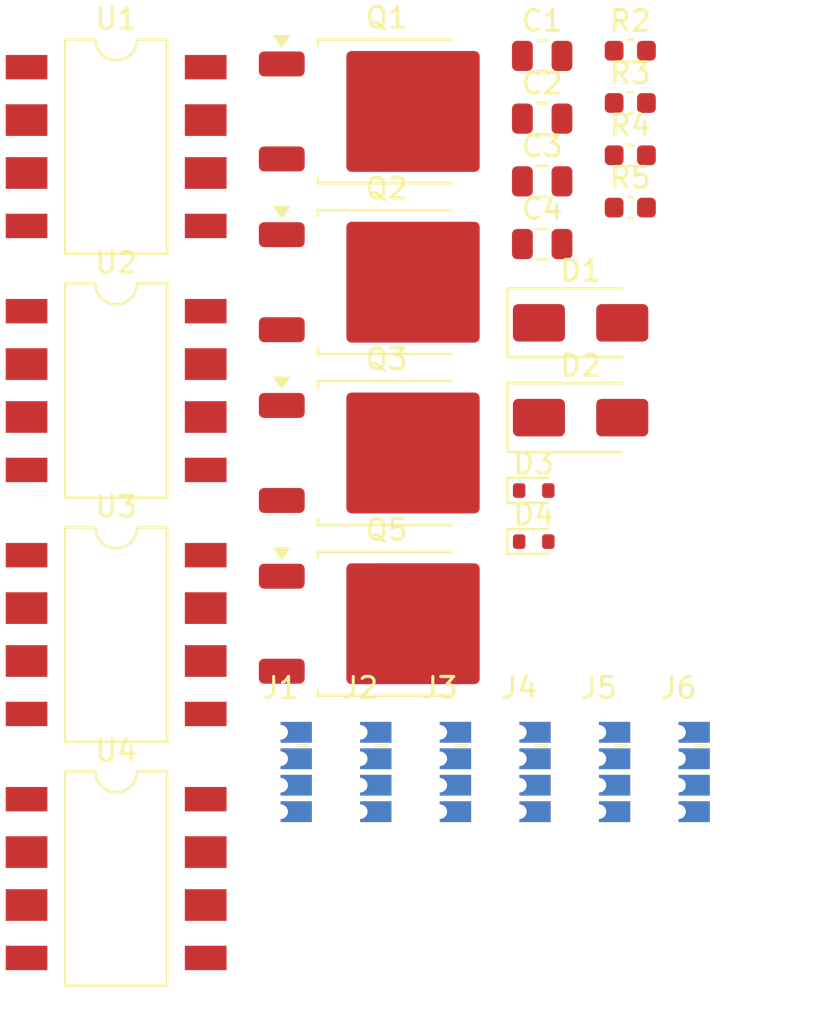
<source format=kicad_pcb>
(kicad_pcb (version 20241229) (generator "pcbnew") (generator_version "9.0")
  (layers (0 "F.Cu" signal) (2 "B.Cu" signal) (13 "F.Paste" user) (15 "B.Paste" user) (5 "F.SilkS" user "F.Silkscreen") (7 "B.SilkS" user "B.Silkscreen") (1 "F.Mask" user) (3 "B.Mask" user) (25 "Edge.Cuts" user))
  (net 0 "")
  (net 1 "GND")
  (net 2 "VCC")
  (net 3 "Net-(J2-Pin_1)")
  (net 4 "Net-(D2-K)")
  (net 5 "Net-(D1-K)")
  (net 6 "Net-(J1-Pin_1)")
  (net 7 "Net-(D3-K)")
  (net 8 "Net-(D3-A)")
  (net 9 "Net-(D4-A)")
  (net 10 "Net-(D4-K)")
  (net 11 "VBUS")
  (net 12 "Net-(J5-Pin_2)")
  (net 13 "Net-(J5-Pin_4)")
  (net 14 "Net-(J5-Pin_1)")
  (net 15 "Net-(J5-Pin_3)")
  (net 16 "Net-(J6-Pin_3)")
  (net 17 "Net-(J6-Pin_1)")
  (net 18 "Net-(J6-Pin_2)")
  (net 19 "Net-(J6-Pin_4)")
  (net 20 "Net-(Q2-G)")
  (net 21 "Net-(Q3-G)")
  (net 22 "Net-(R2-Pad1)")
  (net 23 "Net-(R4-Pad1)")
  (footprint "Capacitor_SMD:C_0603_1608Metric" (layer "F.Cu") (at 105.435 47.57)
    (property "Reference" "R5" (at 0 -1.43 0) (layer "F.SilkS"))
    (property "Value" "R_US")
    (fp_line (start -0.14058 -0.51) (end 0.14058 -0.51) (stroke (width 0.12)) (layer "F.SilkS"))
    (fp_line (start -0.14058 0.51) (end 0.14058 0.51) (stroke (width 0.12)) (layer "F.SilkS"))
    (pad "1" smd roundrect (at -0.775 0) (size 0.9 0.95) (layers "F.Cu" "F.Mask" "F.Paste") (net 23 "Net-(R4-Pad1)"))
    (pad "2" smd roundrect (at 0.775 0) (size 0.9 0.95) (layers "F.Cu" "F.Mask" "F.Paste") (net 9 "Net-(D4-A)"))
  )
  (footprint "castelated:PinSocket_1x04_P1.27mm_Castellated" (layer "F.Cu") (at 88.65 72.75)
    (property "Reference" "J1" (at 0 -2.135 0) (layer "F.SilkS"))
    (property "Value" "Conn_01x04_Socket")
    (fp_line (start 0.76 0.635) (end 1.33 0.635) (stroke (width 0.12)) (layer "F.SilkS"))
    (pad "1" thru_hole rect (at 0 0) (size 1.5 1) (drill 0.7 (offset 0.75 0)) (property pad_prop_castellated) (layers "*.Cu" "*.Mask") (net 6 "Net-(J1-Pin_1)"))
    (pad "2" thru_hole rect (at 0 1.27) (size 1.5 1) (drill 0.7 (offset 0.75 0)) (property pad_prop_castellated) (layers "*.Cu" "*.Mask") (net 6 "Net-(J1-Pin_1)"))
    (pad "3" thru_hole rect (at 0 2.54) (size 1.5 1) (drill 0.7 (offset 0.75 0)) (property pad_prop_castellated) (layers "*.Cu" "*.Mask") (net 6 "Net-(J1-Pin_1)"))
    (pad "4" thru_hole rect (at 0 3.81) (size 1.5 1) (drill 0.7 (offset 0.75 0)) (property pad_prop_castellated) (layers "*.Cu" "*.Mask") (net 6 "Net-(J1-Pin_1)"))
  )
  (footprint "Package_TO_SOT_SMD:TO-252-2" (layer "F.Cu") (at 93.745 51.15)
    (property "Reference" "Q2" (at 0 -4.5 0) (layer "F.SilkS"))
    (property "Value" "QM6006D")
    (fp_line (start -3.31 -3.45) (end -3.31 -3.18) (stroke (width 0.12)) (layer "F.SilkS"))
    (fp_line (start -3.31 3.45) (end -3.31 3.18) (stroke (width 0.12)) (layer "F.SilkS"))
    (fp_line (start 3.11 -3.45) (end -3.31 -3.45) (stroke (width 0.12)) (layer "F.SilkS"))
    (fp_line (start 3.11 3.45) (end -3.31 3.45) (stroke (width 0.12)) (layer "F.SilkS"))
    (fp_poly (pts (xy -5.04 -3.14) (xy -5.38 -3.61) (xy -4.7 -3.61)) (stroke (width 0.12)) (fill yes) (layer "F.SilkS"))
    (pad "1" smd roundrect (at -5.04 -2.28) (size 2.2 1.2) (layers "F.Cu" "F.Mask" "F.Paste") (roundrect_rratio 0.208333) (net 20 "Net-(Q2-G)"))
    (pad "2" smd roundrect (at 1.26 0) (size 6.4 5.8) (layers "F.Cu" "F.Mask") (roundrect_rratio 0.043103) (net 11 "VBUS"))
    (pad "3" smd roundrect (at -5.04 2.28) (size 2.2 1.2) (layers "F.Cu" "F.Mask" "F.Paste") (roundrect_rratio 0.208333) (net 3 "Net-(J2-Pin_1)"))
  )
  (footprint "Capacitor_SMD:C_0805_2012Metric" (layer "F.Cu") (at 101.205 46.31)
    (property "Reference" "C3" (at 0 -1.68 0) (layer "F.SilkS"))
    (property "Value" "C")
    (fp_line (start -0.261252 -0.735) (end 0.261252 -0.735) (stroke (width 0.12)) (layer "F.SilkS"))
    (fp_line (start -0.261252 0.735) (end 0.261252 0.735) (stroke (width 0.12)) (layer "F.SilkS"))
    (pad "1" smd roundrect (at -0.95 0) (size 1 1.45) (layers "F.Cu" "F.Mask" "F.Paste") (net 2 "VCC"))
    (pad "2" smd roundrect (at 0.95 0) (size 1 1.45) (layers "F.Cu" "F.Mask" "F.Paste") (net 1 "GND"))
  )
  (footprint "Diode_SMD:D_SMA" (layer "F.Cu") (at 103.05 53.1)
    (property "Reference" "D1" (at 0 -2.5 0) (layer "F.SilkS"))
    (property "Value" "US1A")
    (fp_line (start -3.51 -1.65) (end -3.51 1.65) (stroke (width 0.12)) (layer "F.SilkS"))
    (fp_line (start -3.51 -1.65) (end 2 -1.65) (stroke (width 0.12)) (layer "F.SilkS"))
    (fp_line (start -3.51 1.65) (end 2 1.65) (stroke (width 0.12)) (layer "F.SilkS"))
    (pad "1" smd roundrect (at -2 0) (size 2.5 1.8) (layers "F.Cu" "F.Mask" "F.Paste") (roundrect_rratio 0.1388888889) (net 5 "Net-(D1-K)"))
    (pad "2" smd roundrect (at 2 0) (size 2.5 1.8) (layers "F.Cu" "F.Mask" "F.Paste") (roundrect_rratio 0.1388888889) (net 2 "VCC"))
  )
  (footprint "Capacitor_SMD:C_0805_2012Metric" (layer "F.Cu") (at 101.205 43.3)
    (property "Reference" "C2" (at 0 -1.68 0) (layer "F.SilkS"))
    (property "Value" "C")
    (fp_line (start -0.261252 -0.735) (end 0.261252 -0.735) (stroke (width 0.12)) (layer "F.SilkS"))
    (fp_line (start -0.261252 0.735) (end 0.261252 0.735) (stroke (width 0.12)) (layer "F.SilkS"))
    (pad "1" smd roundrect (at -0.95 0) (size 1 1.45) (layers "F.Cu" "F.Mask" "F.Paste") (net 4 "Net-(D2-K)"))
    (pad "2" smd roundrect (at 0.95 0) (size 1 1.45) (layers "F.Cu" "F.Mask" "F.Paste") (net 3 "Net-(J2-Pin_1)"))
  )
  (footprint "Package_TO_SOT_SMD:TO-252-2" (layer "F.Cu") (at 93.745 42.955)
    (property "Reference" "Q1" (at 0 -4.5 0) (layer "F.SilkS"))
    (property "Value" "QM6006D")
    (fp_line (start -3.31 -3.45) (end -3.31 -3.18) (stroke (width 0.12)) (layer "F.SilkS"))
    (fp_line (start -3.31 3.45) (end -3.31 3.18) (stroke (width 0.12)) (layer "F.SilkS"))
    (fp_line (start 3.11 -3.45) (end -3.31 -3.45) (stroke (width 0.12)) (layer "F.SilkS"))
    (fp_line (start 3.11 3.45) (end -3.31 3.45) (stroke (width 0.12)) (layer "F.SilkS"))
    (fp_poly (pts (xy -5.04 -3.14) (xy -5.38 -3.61) (xy -4.7 -3.61)) (stroke (width 0.12)) (fill yes) (layer "F.SilkS"))
    (pad "1" smd roundrect (at -5.04 -2.28) (size 2.2 1.2) (layers "F.Cu" "F.Mask" "F.Paste") (roundrect_rratio 0.208333) (net 9 "Net-(D4-A)"))
    (pad "2" smd roundrect (at 1.26 0) (size 6.4 5.8) (layers "F.Cu" "F.Mask") (roundrect_rratio 0.043103) (net 6 "Net-(J1-Pin_1)"))
    (pad "3" smd roundrect (at -5.04 2.28) (size 2.2 1.2) (layers "F.Cu" "F.Mask" "F.Paste") (roundrect_rratio 0.208333) (net 1 "GND"))
  )
  (footprint "castelated:PinSocket_1x04_P1.27mm_Castellated" (layer "F.Cu") (at 92.47 72.75)
    (property "Reference" "J2" (at 0 -2.135 0) (layer "F.SilkS"))
    (property "Value" "Conn_01x04_Socket")
    (fp_line (start 0.76 0.635) (end 1.33 0.635) (stroke (width 0.12)) (layer "F.SilkS"))
    (pad "1" thru_hole rect (at 0 0) (size 1.5 1) (drill 0.7 (offset 0.75 0)) (property pad_prop_castellated) (layers "*.Cu" "*.Mask") (net 3 "Net-(J2-Pin_1)"))
    (pad "2" thru_hole rect (at 0 1.27) (size 1.5 1) (drill 0.7 (offset 0.75 0)) (property pad_prop_castellated) (layers "*.Cu" "*.Mask") (net 3 "Net-(J2-Pin_1)"))
    (pad "3" thru_hole rect (at 0 2.54) (size 1.5 1) (drill 0.7 (offset 0.75 0)) (property pad_prop_castellated) (layers "*.Cu" "*.Mask") (net 3 "Net-(J2-Pin_1)"))
    (pad "4" thru_hole rect (at 0 3.81) (size 1.5 1) (drill 0.7 (offset 0.75 0)) (property pad_prop_castellated) (layers "*.Cu" "*.Mask") (net 3 "Net-(J2-Pin_1)"))
  )
  (footprint "Package_DIP:PowerIntegrations_SMD-8" (layer "F.Cu") (at 80.755 56.35)
    (property "Reference" "U2" (at 0 -6.14 0) (layer "F.SilkS"))
    (property "Value" "HCPL-3120")
    (fp_line (start -2.45 -5.14) (end -2.45 5.14) (stroke (width 0.12)) (layer "F.SilkS"))
    (fp_line (start -2.45 5.14) (end 2.45 5.14) (stroke (width 0.12)) (layer "F.SilkS"))
    (fp_line (start -1 -5.14) (end -2.45 -5.14) (stroke (width 0.12)) (layer "F.SilkS"))
    (fp_line (start 2.45 -5.14) (end 1 -5.14) (stroke (width 0.12)) (layer "F.SilkS"))
    (fp_line (start 2.45 5.14) (end 2.45 -5.14) (stroke (width 0.12)) (layer "F.SilkS"))
    (fp_arc (start 1 -5.14) (mid 0 -4.14) (end -1 -5.14) (stroke (width 0.12)) (layer "F.SilkS"))
    (pad "1" smd rect (at -4.3 -3.81) (size 2 1.17) (layers "F.Cu" "F.Mask" "F.Paste"))
    (pad "2" smd rect (at -4.3 -1.27) (size 2 1.52) (layers "F.Cu" "F.Mask" "F.Paste") (net 17 "Net-(J6-Pin_1)"))
    (pad "3" smd rect (at -4.3 1.27) (size 2 1.52) (layers "F.Cu" "F.Mask" "F.Paste") (net 18 "Net-(J6-Pin_2)"))
    (pad "4" smd rect (at -4.3 3.81) (size 2 1.17) (layers "F.Cu" "F.Mask" "F.Paste"))
    (pad "5" smd rect (at 4.3 3.81) (size 2 1.17) (layers "F.Cu" "F.Mask" "F.Paste") (net 3 "Net-(J2-Pin_1)"))
    (pad "6" smd rect (at 4.3 1.27) (size 2 1.52) (layers "F.Cu" "F.Mask" "F.Paste") (net 20 "Net-(Q2-G)"))
    (pad "7" smd rect (at 4.3 -1.27) (size 2 1.52) (layers "F.Cu" "F.Mask" "F.Paste") (net 20 "Net-(Q2-G)"))
    (pad "8" smd rect (at 4.3 -3.81) (size 2 1.17) (layers "F.Cu" "F.Mask" "F.Paste") (net 4 "Net-(D2-K)"))
  )
  (footprint "castelated:PinSocket_1x04_P1.27mm_Castellated" (layer "F.Cu") (at 100.11 72.75)
    (property "Reference" "J4" (at 0 -2.135 0) (layer "F.SilkS"))
    (property "Value" "Conn_01x04_Socket")
    (fp_line (start 0.76 0.635) (end 1.33 0.635) (stroke (width 0.12)) (layer "F.SilkS"))
    (pad "1" thru_hole rect (at 0 0) (size 1.5 1) (drill 0.7 (offset 0.75 0)) (property pad_prop_castellated) (layers "*.Cu" "*.Mask") (net 1 "GND"))
    (pad "2" thru_hole rect (at 0 1.27) (size 1.5 1) (drill 0.7 (offset 0.75 0)) (property pad_prop_castellated) (layers "*.Cu" "*.Mask") (net 1 "GND"))
    (pad "3" thru_hole rect (at 0 2.54) (size 1.5 1) (drill 0.7 (offset 0.75 0)) (property pad_prop_castellated) (layers "*.Cu" "*.Mask") (net 1 "GND"))
    (pad "4" thru_hole rect (at 0 3.81) (size 1.5 1) (drill 0.7 (offset 0.75 0)) (property pad_prop_castellated) (layers "*.Cu" "*.Mask") (net 1 "GND"))
  )
  (footprint "Capacitor_SMD:C_0603_1608Metric" (layer "F.Cu") (at 105.435 42.55)
    (property "Reference" "R3" (at 0 -1.43 0) (layer "F.SilkS"))
    (property "Value" "R_US")
    (fp_line (start -0.14058 -0.51) (end 0.14058 -0.51) (stroke (width 0.12)) (layer "F.SilkS"))
    (fp_line (start -0.14058 0.51) (end 0.14058 0.51) (stroke (width 0.12)) (layer "F.SilkS"))
    (pad "1" smd roundrect (at -0.775 0) (size 0.9 0.95) (layers "F.Cu" "F.Mask" "F.Paste") (net 22 "Net-(R2-Pad1)"))
    (pad "2" smd roundrect (at 0.775 0) (size 0.9 0.95) (layers "F.Cu" "F.Mask" "F.Paste") (net 7 "Net-(D3-K)"))
  )
  (footprint "Capacitor_SMD:C_0603_1608Metric" (layer "F.Cu") (at 105.435 40.04)
    (property "Reference" "R2" (at 0 -1.43 0) (layer "F.SilkS"))
    (property "Value" "R_US")
    (fp_line (start -0.14058 -0.51) (end 0.14058 -0.51) (stroke (width 0.12)) (layer "F.SilkS"))
    (fp_line (start -0.14058 0.51) (end 0.14058 0.51) (stroke (width 0.12)) (layer "F.SilkS"))
    (pad "1" smd roundrect (at -0.775 0) (size 0.9 0.95) (layers "F.Cu" "F.Mask" "F.Paste") (net 22 "Net-(R2-Pad1)"))
    (pad "2" smd roundrect (at 0.775 0) (size 0.9 0.95) (layers "F.Cu" "F.Mask" "F.Paste") (net 8 "Net-(D3-A)"))
  )
  (footprint "Diode_SMD:D_SMA" (layer "F.Cu") (at 103.05 57.65)
    (property "Reference" "D2" (at 0 -2.5 0) (layer "F.SilkS"))
    (property "Value" "US1A")
    (fp_line (start -3.51 -1.65) (end -3.51 1.65) (stroke (width 0.12)) (layer "F.SilkS"))
    (fp_line (start -3.51 -1.65) (end 2 -1.65) (stroke (width 0.12)) (layer "F.SilkS"))
    (fp_line (start -3.51 1.65) (end 2 1.65) (stroke (width 0.12)) (layer "F.SilkS"))
    (pad "1" smd roundrect (at -2 0) (size 2.5 1.8) (layers "F.Cu" "F.Mask" "F.Paste") (roundrect_rratio 0.1388888889) (net 4 "Net-(D2-K)"))
    (pad "2" smd roundrect (at 2 0) (size 2.5 1.8) (layers "F.Cu" "F.Mask" "F.Paste") (roundrect_rratio 0.1388888889) (net 2 "VCC"))
  )
  (footprint "Diode_SMD:D_SOD-523" (layer "F.Cu") (at 100.8 61.15)
    (property "Reference" "D3" (at 0 -1.3 0) (layer "F.SilkS"))
    (property "Value" "1N4148WT")
    (fp_line (start -1.26 -0.6) (end -1.26 0.6) (stroke (width 0.12)) (layer "F.SilkS"))
    (fp_line (start 0.7 -0.6) (end -1.26 -0.6) (stroke (width 0.12)) (layer "F.SilkS"))
    (fp_line (start 0.7 0.6) (end -1.26 0.6) (stroke (width 0.12)) (layer "F.SilkS"))
    (pad "1" smd roundrect (at -0.7 0 180) (size 0.6 0.7) (layers "F.Cu" "F.Mask" "F.Paste") (net 7 "Net-(D3-K)"))
    (pad "2" smd roundrect (at 0.7 0 180) (size 0.6 0.7) (layers "F.Cu" "F.Mask" "F.Paste") (net 8 "Net-(D3-A)"))
  )
  (footprint "Capacitor_SMD:C_0603_1608Metric" (layer "F.Cu") (at 105.435 45.06)
    (property "Reference" "R4" (at 0 -1.43 0) (layer "F.SilkS"))
    (property "Value" "R_US")
    (fp_line (start -0.14058 -0.51) (end 0.14058 -0.51) (stroke (width 0.12)) (layer "F.SilkS"))
    (fp_line (start -0.14058 0.51) (end 0.14058 0.51) (stroke (width 0.12)) (layer "F.SilkS"))
    (pad "1" smd roundrect (at -0.775 0) (size 0.9 0.95) (layers "F.Cu" "F.Mask" "F.Paste") (net 23 "Net-(R4-Pad1)"))
    (pad "2" smd roundrect (at 0.775 0) (size 0.9 0.95) (layers "F.Cu" "F.Mask" "F.Paste") (net 10 "Net-(D4-K)"))
  )
  (footprint "Capacitor_SMD:C_0805_2012Metric" (layer "F.Cu") (at 101.205 49.32)
    (property "Reference" "C4" (at 0 -1.68 0) (layer "F.SilkS"))
    (property "Value" "C")
    (fp_line (start -0.261252 -0.735) (end 0.261252 -0.735) (stroke (width 0.12)) (layer "F.SilkS"))
    (fp_line (start -0.261252 0.735) (end 0.261252 0.735) (stroke (width 0.12)) (layer "F.SilkS"))
    (pad "1" smd roundrect (at -0.95 0) (size 1 1.45) (layers "F.Cu" "F.Mask" "F.Paste") (net 5 "Net-(D1-K)"))
    (pad "2" smd roundrect (at 0.95 0) (size 1 1.45) (layers "F.Cu" "F.Mask" "F.Paste") (net 6 "Net-(J1-Pin_1)"))
  )
  (footprint "castelated:PinSocket_1x04_P1.27mm_Castellated" (layer "F.Cu") (at 107.75 72.75)
    (property "Reference" "J6" (at 0 -2.135 0) (layer "F.SilkS"))
    (property "Value" "Conn_01x04_Socket")
    (fp_line (start 0.76 0.635) (end 1.33 0.635) (stroke (width 0.12)) (layer "F.SilkS"))
    (pad "1" thru_hole rect (at 0 0) (size 1.5 1) (drill 0.7 (offset 0.75 0)) (property pad_prop_castellated) (layers "*.Cu" "*.Mask") (net 17 "Net-(J6-Pin_1)"))
    (pad "2" thru_hole rect (at 0 1.27) (size 1.5 1) (drill 0.7 (offset 0.75 0)) (property pad_prop_castellated) (layers "*.Cu" "*.Mask") (net 18 "Net-(J6-Pin_2)"))
    (pad "3" thru_hole rect (at 0 2.54) (size 1.5 1) (drill 0.7 (offset 0.75 0)) (property pad_prop_castellated) (layers "*.Cu" "*.Mask") (net 16 "Net-(J6-Pin_3)"))
    (pad "4" thru_hole rect (at 0 3.81) (size 1.5 1) (drill 0.7 (offset 0.75 0)) (property pad_prop_castellated) (layers "*.Cu" "*.Mask") (net 19 "Net-(J6-Pin_4)"))
  )
  (footprint "Package_TO_SOT_SMD:TO-252-2" (layer "F.Cu") (at 93.745 59.345)
    (property "Reference" "Q3" (at 0 -4.5 0) (layer "F.SilkS"))
    (property "Value" "QM6006D")
    (fp_line (start -3.31 -3.45) (end -3.31 -3.18) (stroke (width 0.12)) (layer "F.SilkS"))
    (fp_line (start -3.31 3.45) (end -3.31 3.18) (stroke (width 0.12)) (layer "F.SilkS"))
    (fp_line (start 3.11 -3.45) (end -3.31 -3.45) (stroke (width 0.12)) (layer "F.SilkS"))
    (fp_line (start 3.11 3.45) (end -3.31 3.45) (stroke (width 0.12)) (layer "F.SilkS"))
    (fp_poly (pts (xy -5.04 -3.14) (xy -5.38 -3.61) (xy -4.7 -3.61)) (stroke (width 0.12)) (fill yes) (layer "F.SilkS"))
    (pad "1" smd roundrect (at -5.04 -2.28) (size 2.2 1.2) (layers "F.Cu" "F.Mask" "F.Paste") (roundrect_rratio 0.208333) (net 21 "Net-(Q3-G)"))
    (pad "2" smd roundrect (at 1.26 0) (size 6.4 5.8) (layers "F.Cu" "F.Mask") (roundrect_rratio 0.043103) (net 3 "Net-(J2-Pin_1)"))
    (pad "3" smd roundrect (at -5.04 2.28) (size 2.2 1.2) (layers "F.Cu" "F.Mask" "F.Paste") (roundrect_rratio 0.208333) (net 1 "GND"))
  )
  (footprint "castelated:PinSocket_1x04_P1.27mm_Castellated" (layer "F.Cu") (at 96.29 72.75)
    (property "Reference" "J3" (at 0 -2.135 0) (layer "F.SilkS"))
    (property "Value" "Conn_01x04_Socket")
    (fp_line (start 0.76 0.635) (end 1.33 0.635) (stroke (width 0.12)) (layer "F.SilkS"))
    (pad "1" thru_hole rect (at 0 0) (size 1.5 1) (drill 0.7 (offset 0.75 0)) (property pad_prop_castellated) (layers "*.Cu" "*.Mask") (net 11 "VBUS"))
    (pad "2" thru_hole rect (at 0 1.27) (size 1.5 1) (drill 0.7 (offset 0.75 0)) (property pad_prop_castellated) (layers "*.Cu" "*.Mask") (net 11 "VBUS"))
    (pad "3" thru_hole rect (at 0 2.54) (size 1.5 1) (drill 0.7 (offset 0.75 0)) (property pad_prop_castellated) (layers "*.Cu" "*.Mask") (net 11 "VBUS"))
    (pad "4" thru_hole rect (at 0 3.81) (size 1.5 1) (drill 0.7 (offset 0.75 0)) (property pad_prop_castellated) (layers "*.Cu" "*.Mask") (net 11 "VBUS"))
  )
  (footprint "Package_DIP:PowerIntegrations_SMD-8" (layer "F.Cu") (at 80.755 68.06)
    (property "Reference" "U3" (at 0 -6.14 0) (layer "F.SilkS"))
    (property "Value" "HCPL-3120")
    (fp_line (start -2.45 -5.14) (end -2.45 5.14) (stroke (width 0.12)) (layer "F.SilkS"))
    (fp_line (start -2.45 5.14) (end 2.45 5.14) (stroke (width 0.12)) (layer "F.SilkS"))
    (fp_line (start -1 -5.14) (end -2.45 -5.14) (stroke (width 0.12)) (layer "F.SilkS"))
    (fp_line (start 2.45 -5.14) (end 1 -5.14) (stroke (width 0.12)) (layer "F.SilkS"))
    (fp_line (start 2.45 5.14) (end 2.45 -5.14) (stroke (width 0.12)) (layer "F.SilkS"))
    (fp_arc (start 1 -5.14) (mid 0 -4.14) (end -1 -5.14) (stroke (width 0.12)) (layer "F.SilkS"))
    (pad "1" smd rect (at -4.3 -3.81) (size 2 1.17) (layers "F.Cu" "F.Mask" "F.Paste"))
    (pad "2" smd rect (at -4.3 -1.27) (size 2 1.52) (layers "F.Cu" "F.Mask" "F.Paste") (net 14 "Net-(J5-Pin_1)"))
    (pad "3" smd rect (at -4.3 1.27) (size 2 1.52) (layers "F.Cu" "F.Mask" "F.Paste") (net 12 "Net-(J5-Pin_2)"))
    (pad "4" smd rect (at -4.3 3.81) (size 2 1.17) (layers "F.Cu" "F.Mask" "F.Paste"))
    (pad "5" smd rect (at 4.3 3.81) (size 2 1.17) (layers "F.Cu" "F.Mask" "F.Paste") (net 6 "Net-(J1-Pin_1)"))
    (pad "6" smd rect (at 4.3 1.27) (size 2 1.52) (layers "F.Cu" "F.Mask" "F.Paste") (net 22 "Net-(R2-Pad1)"))
    (pad "7" smd rect (at 4.3 -1.27) (size 2 1.52) (layers "F.Cu" "F.Mask" "F.Paste"))
    (pad "8" smd rect (at 4.3 -3.81) (size 2 1.17) (layers "F.Cu" "F.Mask" "F.Paste") (net 5 "Net-(D1-K)"))
  )
  (footprint "Diode_SMD:D_SOD-523" (layer "F.Cu") (at 100.8 63.6)
    (property "Reference" "D4" (at 0 -1.3 0) (layer "F.SilkS"))
    (property "Value" "1N4148WT")
    (fp_line (start -1.26 -0.6) (end -1.26 0.6) (stroke (width 0.12)) (layer "F.SilkS"))
    (fp_line (start 0.7 -0.6) (end -1.26 -0.6) (stroke (width 0.12)) (layer "F.SilkS"))
    (fp_line (start 0.7 0.6) (end -1.26 0.6) (stroke (width 0.12)) (layer "F.SilkS"))
    (pad "1" smd roundrect (at -0.7 0 180) (size 0.6 0.7) (layers "F.Cu" "F.Mask" "F.Paste") (net 10 "Net-(D4-K)"))
    (pad "2" smd roundrect (at 0.7 0 180) (size 0.6 0.7) (layers "F.Cu" "F.Mask" "F.Paste") (net 9 "Net-(D4-A)"))
  )
  (footprint "Package_DIP:PowerIntegrations_SMD-8" (layer "F.Cu") (at 80.755 79.77)
    (property "Reference" "U4" (at 0 -6.14 0) (layer "F.SilkS"))
    (property "Value" "HCPL-3120")
    (fp_line (start -2.45 -5.14) (end -2.45 5.14) (stroke (width 0.12)) (layer "F.SilkS"))
    (fp_line (start -2.45 5.14) (end 2.45 5.14) (stroke (width 0.12)) (layer "F.SilkS"))
    (fp_line (start -1 -5.14) (end -2.45 -5.14) (stroke (width 0.12)) (layer "F.SilkS"))
    (fp_line (start 2.45 -5.14) (end 1 -5.14) (stroke (width 0.12)) (layer "F.SilkS"))
    (fp_line (start 2.45 5.14) (end 2.45 -5.14) (stroke (width 0.12)) (layer "F.SilkS"))
    (fp_arc (start 1 -5.14) (mid 0 -4.14) (end -1 -5.14) (stroke (width 0.12)) (layer "F.SilkS"))
    (pad "1" smd rect (at -4.3 -3.81) (size 2 1.17) (layers "F.Cu" "F.Mask" "F.Paste"))
    (pad "2" smd rect (at -4.3 -1.27) (size 2 1.52) (layers "F.Cu" "F.Mask" "F.Paste") (net 16 "Net-(J6-Pin_3)"))
    (pad "3" smd rect (at -4.3 1.27) (size 2 1.52) (layers "F.Cu" "F.Mask" "F.Paste") (net 19 "Net-(J6-Pin_4)"))
    (pad "4" smd rect (at -4.3 3.81) (size 2 1.17) (layers "F.Cu" "F.Mask" "F.Paste"))
    (pad "5" smd rect (at 4.3 3.81) (size 2 1.17) (layers "F.Cu" "F.Mask" "F.Paste") (net 1 "GND"))
    (pad "6" smd rect (at 4.3 1.27) (size 2 1.52) (layers "F.Cu" "F.Mask" "F.Paste") (net 21 "Net-(Q3-G)"))
    (pad "7" smd rect (at 4.3 -1.27) (size 2 1.52) (layers "F.Cu" "F.Mask" "F.Paste") (net 21 "Net-(Q3-G)"))
    (pad "8" smd rect (at 4.3 -3.81) (size 2 1.17) (layers "F.Cu" "F.Mask" "F.Paste") (net 2 "VCC"))
  )
  (footprint "Capacitor_SMD:C_0805_2012Metric" (layer "F.Cu") (at 101.205 40.29)
    (property "Reference" "C1" (at 0 -1.68 0) (layer "F.SilkS"))
    (property "Value" "C")
    (fp_line (start -0.261252 -0.735) (end 0.261252 -0.735) (stroke (width 0.12)) (layer "F.SilkS"))
    (fp_line (start -0.261252 0.735) (end 0.261252 0.735) (stroke (width 0.12)) (layer "F.SilkS"))
    (pad "1" smd roundrect (at -0.95 0) (size 1 1.45) (layers "F.Cu" "F.Mask" "F.Paste") (net 2 "VCC"))
    (pad "2" smd roundrect (at 0.95 0) (size 1 1.45) (layers "F.Cu" "F.Mask" "F.Paste") (net 1 "GND"))
  )
  (footprint "Package_DIP:PowerIntegrations_SMD-8" (layer "F.Cu") (at 80.755 44.64)
    (property "Reference" "U1" (at 0 -6.14 0) (layer "F.SilkS"))
    (property "Value" "HCPL-3120")
    (fp_line (start -2.45 -5.14) (end -2.45 5.14) (stroke (width 0.12)) (layer "F.SilkS"))
    (fp_line (start -2.45 5.14) (end 2.45 5.14) (stroke (width 0.12)) (layer "F.SilkS"))
    (fp_line (start -1 -5.14) (end -2.45 -5.14) (stroke (width 0.12)) (layer "F.SilkS"))
    (fp_line (start 2.45 -5.14) (end 1 -5.14) (stroke (width 0.12)) (layer "F.SilkS"))
    (fp_line (start 2.45 5.14) (end 2.45 -5.14) (stroke (width 0.12)) (layer "F.SilkS"))
    (fp_arc (start 1 -5.14) (mid 0 -4.14) (end -1 -5.14) (stroke (width 0.12)) (layer "F.SilkS"))
    (pad "1" smd rect (at -4.3 -3.81) (size 2 1.17) (layers "F.Cu" "F.Mask" "F.Paste"))
    (pad "2" smd rect (at -4.3 -1.27) (size 2 1.52) (layers "F.Cu" "F.Mask" "F.Paste") (net 15 "Net-(J5-Pin_3)"))
    (pad "3" smd rect (at -4.3 1.27) (size 2 1.52) (layers "F.Cu" "F.Mask" "F.Paste") (net 13 "Net-(J5-Pin_4)"))
    (pad "4" smd rect (at -4.3 3.81) (size 2 1.17) (layers "F.Cu" "F.Mask" "F.Paste"))
    (pad "5" smd rect (at 4.3 3.81) (size 2 1.17) (layers "F.Cu" "F.Mask" "F.Paste") (net 1 "GND"))
    (pad "6" smd rect (at 4.3 1.27) (size 2 1.52) (layers "F.Cu" "F.Mask" "F.Paste") (net 23 "Net-(R4-Pad1)"))
    (pad "7" smd rect (at 4.3 -1.27) (size 2 1.52) (layers "F.Cu" "F.Mask" "F.Paste") (net 23 "Net-(R4-Pad1)"))
    (pad "8" smd rect (at 4.3 -3.81) (size 2 1.17) (layers "F.Cu" "F.Mask" "F.Paste") (net 2 "VCC"))
  )
  (footprint "castelated:PinSocket_1x04_P1.27mm_Castellated" (layer "F.Cu") (at 103.93 72.75)
    (property "Reference" "J5" (at 0 -2.135 0) (layer "F.SilkS"))
    (property "Value" "Conn_01x04_Socket")
    (fp_line (start 0.76 0.635) (end 1.33 0.635) (stroke (width 0.12)) (layer "F.SilkS"))
    (pad "1" thru_hole rect (at 0 0) (size 1.5 1) (drill 0.7 (offset 0.75 0)) (property pad_prop_castellated) (layers "*.Cu" "*.Mask") (net 14 "Net-(J5-Pin_1)"))
    (pad "2" thru_hole rect (at 0 1.27) (size 1.5 1) (drill 0.7 (offset 0.75 0)) (property pad_prop_castellated) (layers "*.Cu" "*.Mask") (net 12 "Net-(J5-Pin_2)"))
    (pad "3" thru_hole rect (at 0 2.54) (size 1.5 1) (drill 0.7 (offset 0.75 0)) (property pad_prop_castellated) (layers "*.Cu" "*.Mask") (net 15 "Net-(J5-Pin_3)"))
    (pad "4" thru_hole rect (at 0 3.81) (size 1.5 1) (drill 0.7 (offset 0.75 0)) (property pad_prop_castellated) (layers "*.Cu" "*.Mask") (net 13 "Net-(J5-Pin_4)"))
  )
  (footprint "Package_TO_SOT_SMD:TO-252-2" (layer "F.Cu") (at 93.745 67.54)
    (property "Reference" "Q5" (at 0 -4.5 0) (layer "F.SilkS"))
    (property "Value" "QM6006D")
    (fp_line (start -3.31 -3.45) (end -3.31 -3.18) (stroke (width 0.12)) (layer "F.SilkS"))
    (fp_line (start -3.31 3.45) (end -3.31 3.18) (stroke (width 0.12)) (layer "F.SilkS"))
    (fp_line (start 3.11 -3.45) (end -3.31 -3.45) (stroke (width 0.12)) (layer "F.SilkS"))
    (fp_line (start 3.11 3.45) (end -3.31 3.45) (stroke (width 0.12)) (layer "F.SilkS"))
    (fp_poly (pts (xy -5.04 -3.14) (xy -5.38 -3.61) (xy -4.7 -3.61)) (stroke (width 0.12)) (fill yes) (layer "F.SilkS"))
    (pad "1" smd roundrect (at -5.04 -2.28) (size 2.2 1.2) (layers "F.Cu" "F.Mask" "F.Paste") (roundrect_rratio 0.208333) (net 8 "Net-(D3-A)"))
    (pad "2" smd roundrect (at 1.26 0) (size 6.4 5.8) (layers "F.Cu" "F.Mask") (roundrect_rratio 0.043103) (net 11 "VBUS"))
    (pad "3" smd roundrect (at -5.04 2.28) (size 2.2 1.2) (layers "F.Cu" "F.Mask" "F.Paste") (roundrect_rratio 0.208333) (net 6 "Net-(J1-Pin_1)"))
  )
)
</source>
